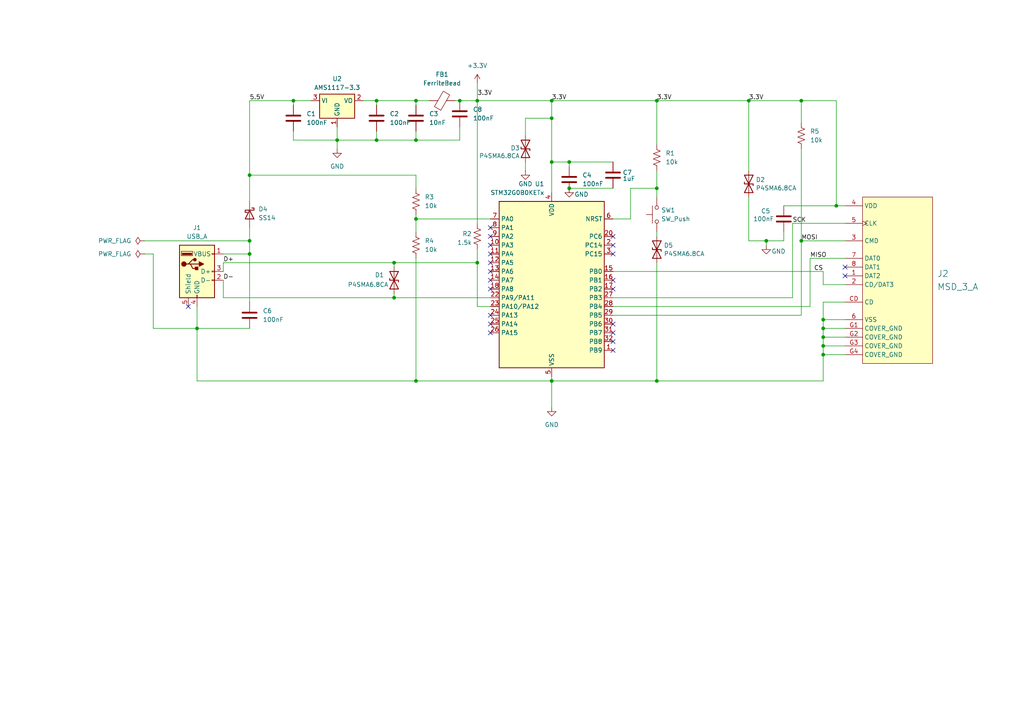
<source format=kicad_sch>
(kicad_sch (version 20250114) (generator "eeschema") (generator_version "9.0")
  (paper "A4")
  (lib_symbols
    (symbol "Connector:USB_A" (pin_names (offset 1.016))
      (property "Reference" "J" (at -5.08 11.43 0))
      (property "Value" "USB_A" (at -5.08 8.89 0))
      (symbol "USB_A_0_1"
        (rectangle (start -5.08 -7.62) (end 5.08 7.62) (stroke (width 0.254)) (fill (type background)))
        (circle (center -3.81 2.159) (radius 0.635) (stroke (width 0.254)) (fill (type outline)))
        (polyline (pts (xy -3.175 2.159) (xy -2.54 2.159) (xy -1.27 3.429) (xy -0.635 3.429)) (stroke (width 0.254)))
        (polyline (pts (xy -2.54 2.159) (xy -1.905 2.159) (xy -1.27 0.889) (xy 0 0.889)) (stroke (width 0.254)))
        (rectangle (start -1.524 4.826) (end -4.318 5.334) (fill (type outline)))
        (rectangle (start -1.27 4.572) (end -4.572 5.842))
        (circle (center -0.635 3.429) (radius 0.381) (stroke (width 0.254)) (fill (type outline)))
        (rectangle (start -0.127 -7.62) (end 0.127 -6.858))
        (rectangle (start 0.254 1.27) (end -0.508 0.508) (stroke (width 0.254)) (fill (type outline)))
        (polyline (pts (xy 0.635 2.794) (xy 0.635 1.524) (xy 1.905 2.159) (xy 0.635 2.794)) (stroke (width 0.254)) (fill (type outline)))
        (rectangle (start 5.08 4.953) (end 4.318 5.207))
        (rectangle (start 5.08 -0.127) (end 4.318 0.127))
        (rectangle (start 5.08 -2.667) (end 4.318 -2.413))
      )
      (symbol "USB_A_1_1"
        (polyline (pts (xy -1.905 2.159) (xy 0.635 2.159)) (stroke (width 0.254)))
        (pin passive line (at -2.54 -10.16 90) (length 2.54) (name "Shield") (number "5"))
        (pin power_in line (at 0 -10.16 90) (length 2.54) (name "GND") (number "4"))
        (pin power_in line (at 7.62 5.08 180) (length 2.54) (name "VBUS") (number "1"))
        (pin bidirectional line (at 7.62 0 180) (length 2.54) (name "D+") (number "3"))
        (pin bidirectional line (at 7.62 -2.54 180) (length 2.54) (name "D-") (number "2"))
      )
    )
    (symbol "Device:C" (pin_numbers (hide yes)) (pin_names (offset 0.254))
      (property "Reference" "C" (at 0.635 2.54 0))
      (property "Value" "C" (at 0.635 -2.54 0))
      (symbol "C_0_1"
        (polyline (pts (xy -2.032 0.762) (xy 2.032 0.762)) (stroke (width 0.508)))
        (polyline (pts (xy -2.032 -0.762) (xy 2.032 -0.762)) (stroke (width 0.508)))
      )
      (symbol "C_1_1"
        (pin passive line (at 0 3.81 270) (length 2.794) (name "~") (number "1"))
        (pin passive line (at 0 -3.81 90) (length 2.794) (name "~") (number "2"))
      )
    )
    (symbol "Device:D_TVS" (pin_numbers (hide yes)) (pin_names (offset 1.016) (hide yes))
      (property "Reference" "D" (at 0 2.54 0))
      (property "Value" "D_TVS" (at 0 -2.54 0))
      (symbol "D_TVS_0_1"
        (polyline (pts (xy -2.54 1.27) (xy -2.54 -1.27) (xy 2.54 1.27) (xy 2.54 -1.27) (xy -2.54 1.27)) (stroke (width 0.254)))
        (polyline (pts (xy 0.508 1.27) (xy 0 1.27) (xy 0 -1.27) (xy -0.508 -1.27)) (stroke (width 0.254)))
        (polyline (pts (xy 1.27 0) (xy -1.27 0)))
      )
      (symbol "D_TVS_1_1"
        (pin passive line (at -3.81 0 0) (length 2.54) (name "A1") (number "1"))
        (pin passive line (at 3.81 0 180) (length 2.54) (name "A2") (number "2"))
      )
    )
    (symbol "Device:FerriteBead" (pin_numbers (hide yes)) (pin_names (offset 0))
      (property "Reference" "FB" (at -3.81 0.635 90))
      (property "Value" "FerriteBead" (at 3.81 0 90))
      (symbol "FerriteBead_0_1"
        (polyline (pts (xy -2.7686 0.4064) (xy -1.7018 2.2606) (xy 2.7686 -0.3048) (xy 1.6764 -2.159) (xy -2.7686 0.4064)))
        (polyline (pts (xy 0 1.27) (xy 0 1.2954)))
        (polyline (pts (xy 0 -1.27) (xy 0 -1.2192)))
      )
      (symbol "FerriteBead_1_1"
        (pin passive line (at 0 3.81 270) (length 2.54) (name "~") (number "1"))
        (pin passive line (at 0 -3.81 90) (length 2.54) (name "~") (number "2"))
      )
    )
    (symbol "Device:R_US" (pin_numbers (hide yes)) (pin_names (offset 0))
      (property "Reference" "R" (at 2.54 0 90))
      (property "Value" "R_US" (at -2.54 0 90))
      (symbol "R_US_0_1"
        (polyline (pts (xy 0 2.286) (xy 0 2.54)))
        (polyline (pts (xy 0 2.286) (xy 1.016 1.905) (xy 0 1.524) (xy -1.016 1.143) (xy 0 0.762)))
        (polyline (pts (xy 0 0.762) (xy 1.016 0.381) (xy 0 0) (xy -1.016 -0.381) (xy 0 -0.762)))
        (polyline (pts (xy 0 -0.762) (xy 1.016 -1.143) (xy 0 -1.524) (xy -1.016 -1.905) (xy 0 -2.286)))
        (polyline (pts (xy 0 -2.286) (xy 0 -2.54)))
      )
      (symbol "R_US_1_1"
        (pin passive line (at 0 3.81 270) (length 1.27) (name "~") (number "1"))
        (pin passive line (at 0 -3.81 90) (length 1.27) (name "~") (number "2"))
      )
    )
    (symbol "Diode:SS14" (pin_numbers (hide yes)) (pin_names (offset 1.016) (hide yes))
      (property "Reference" "D" (at 0 2.54 0))
      (property "Value" "SS14" (at 0 -2.54 0))
      (symbol "SS14_0_1"
        (polyline (pts (xy -1.905 0.635) (xy -1.905 1.27) (xy -1.27 1.27) (xy -1.27 -1.27) (xy -0.635 -1.27) (xy -0.635 -0.635)) (stroke (width 0.254)))
        (polyline (pts (xy 1.27 1.27) (xy 1.27 -1.27) (xy -1.27 0) (xy 1.27 1.27)) (stroke (width 0.254)))
        (polyline (pts (xy 1.27 0) (xy -1.27 0)))
      )
      (symbol "SS14_1_1"
        (pin passive line (at -3.81 0 0) (length 2.54) (name "K") (number "1"))
        (pin passive line (at 3.81 0 180) (length 2.54) (name "A") (number "2"))
      )
    )
    (symbol "MCU_ST_STM32G0:STM32G0B0KETx"
      (property "Reference" "U" (at -15.24 26.67 0))
      (property "Value" "STM32G0B0KETx" (at 2.54 26.67 0))
      (symbol "STM32G0B0KETx_0_1"
        (rectangle (start -15.24 -22.86) (end 15.24 25.4) (stroke (width 0.254)) (fill (type background)))
      )
      (symbol "STM32G0B0KETx_1_1"
        (pin input line (at -17.78 20.32 0) (length 2.54) (name "NRST") (number "6"))
        (pin bidirectional line (at -17.78 15.24 0) (length 2.54) (name "PC6") (number "20"))
        (pin bidirectional line (at -17.78 12.7 0) (length 2.54) (name "PC14") (number "2"))
        (pin bidirectional line (at -17.78 10.16 0) (length 2.54) (name "PC15") (number "3"))
        (pin bidirectional line (at -17.78 5.08 0) (length 2.54) (name "PB0") (number "15"))
        (pin bidirectional line (at -17.78 2.54 0) (length 2.54) (name "PB1") (number "16"))
        (pin bidirectional line (at -17.78 0 0) (length 2.54) (name "PB2") (number "17"))
        (pin bidirectional line (at -17.78 -2.54 0) (length 2.54) (name "PB3") (number "27"))
        (pin bidirectional line (at -17.78 -5.08 0) (length 2.54) (name "PB4") (number "28"))
        (pin bidirectional line (at -17.78 -7.62 0) (length 2.54) (name "PB5") (number "29"))
        (pin bidirectional line (at -17.78 -10.16 0) (length 2.54) (name "PB6") (number "30"))
        (pin bidirectional line (at -17.78 -12.7 0) (length 2.54) (name "PB7") (number "31"))
        (pin bidirectional line (at -17.78 -15.24 0) (length 2.54) (name "PB8") (number "32"))
        (pin bidirectional line (at -17.78 -17.78 0) (length 2.54) (name "PB9") (number "1"))
        (pin no_connect line (at -15.24 -20.32 0) (length 2.54) (hide yes) (name "NC/PA10") (number "21"))
        (pin no_connect line (at -15.24 -22.86 0) (length 2.54) (hide yes) (name "NC/PA9") (number "19"))
        (pin power_in line (at 0 27.94 270) (length 2.54) (name "VDD") (number "4"))
        (pin power_in line (at 0 -25.4 90) (length 2.54) (name "VSS") (number "5"))
        (pin bidirectional line (at 17.78 20.32 180) (length 2.54) (name "PA0") (number "7"))
        (pin bidirectional line (at 17.78 17.78 180) (length 2.54) (name "PA1") (number "8"))
        (pin bidirectional line (at 17.78 15.24 180) (length 2.54) (name "PA2") (number "9"))
        (pin bidirectional line (at 17.78 12.7 180) (length 2.54) (name "PA3") (number "10"))
        (pin bidirectional line (at 17.78 10.16 180) (length 2.54) (name "PA4") (number "11"))
        (pin bidirectional line (at 17.78 7.62 180) (length 2.54) (name "PA5") (number "12"))
        (pin bidirectional line (at 17.78 5.08 180) (length 2.54) (name "PA6") (number "13"))
        (pin bidirectional line (at 17.78 2.54 180) (length 2.54) (name "PA7") (number "14"))
        (pin bidirectional line (at 17.78 0 180) (length 2.54) (name "PA8") (number "18"))
        (pin bidirectional line (at 17.78 -2.54 180) (length 2.54) (name "PA9/PA11") (number "22"))
        (pin bidirectional line (at 17.78 -5.08 180) (length 2.54) (name "PA10/PA12") (number "23"))
        (pin bidirectional line (at 17.78 -7.62 180) (length 2.54) (name "PA13") (number "24"))
        (pin bidirectional line (at 17.78 -10.16 180) (length 2.54) (name "PA14") (number "25"))
        (pin bidirectional line (at 17.78 -12.7 180) (length 2.54) (name "PA15") (number "26"))
      )
    )
    (symbol "MSD-3-A:MSD-3-A"
      (property "Reference" "J" (at -1.27 1.27 0))
      (property "Value" "*" (at -1.27 -3.81 0))
      (symbol "MSD-3-A_1_0"
        (rectangle (start 10.16 20.32) (end -10.16 -27.94) (stroke (width 0) (color 128 0 0 1)) (fill (type background)))
        (pin power_in line (at -15.24 17.78 0) (length 5.08) (name "VDD") (number "4"))
        (pin input clock (at -15.24 12.7 0) (length 5.08) (name "CLK") (number "5"))
        (pin bidirectional line (at -15.24 7.62 0) (length 5.08) (name "CMD") (number "3"))
        (pin bidirectional line (at -15.24 2.54 0) (length 5.08) (name "DAT0") (number "7"))
        (pin bidirectional line (at -15.24 0 0) (length 5.08) (name "DAT1") (number "8"))
        (pin bidirectional line (at -15.24 -2.54 0) (length 5.08) (name "DAT2") (number "1"))
        (pin bidirectional line (at -15.24 -5.08 0) (length 5.08) (name "CD/DAT3") (number "2"))
        (pin passive line (at -15.24 -10.16 0) (length 5.08) (name "CD") (number "CD"))
        (pin power_in line (at -15.24 -15.24 0) (length 5.08) (name "VSS") (number "6"))
        (pin power_in line (at -15.24 -17.78 0) (length 5.08) (name "COVER_GND") (number "G1"))
        (pin power_in line (at -15.24 -20.32 0) (length 5.08) (name "COVER_GND") (number "G2"))
        (pin power_in line (at -15.24 -22.86 0) (length 5.08) (name "COVER_GND") (number "G3"))
        (pin power_in line (at -15.24 -25.4 0) (length 5.08) (name "COVER_GND") (number "G4"))
      )
    )
    (symbol "Regulator_Linear:AMS1117-3.3"
      (property "Reference" "U" (at -3.81 3.175 0))
      (property "Value" "AMS1117-3.3" (at 0 3.175 0))
      (symbol "AMS1117-3.3_0_1"
        (rectangle (start -5.08 -5.08) (end 5.08 1.905) (stroke (width 0.254)) (fill (type background)))
      )
      (symbol "AMS1117-3.3_1_1"
        (pin power_in line (at -7.62 0 0) (length 2.54) (name "VI") (number "3"))
        (pin power_in line (at 0 -7.62 90) (length 2.54) (name "GND") (number "1"))
        (pin power_out line (at 7.62 0 180) (length 2.54) (name "VO") (number "2"))
      )
    )
    (symbol "Switch:SW_Push" (pin_numbers (hide yes)) (pin_names (offset 1.016) (hide yes))
      (property "Reference" "SW" (at 1.27 2.54 0))
      (property "Value" "SW_Push" (at 0 -1.524 0))
      (symbol "SW_Push_0_1"
        (circle (center -2.032 0) (radius 0.508))
        (polyline (pts (xy 0 1.27) (xy 0 3.048)))
        (circle (center 2.032 0) (radius 0.508))
        (polyline (pts (xy 2.54 1.27) (xy -2.54 1.27)))
        (pin passive line (at -5.08 0 0) (length 2.54) (name "1") (number "1"))
        (pin passive line (at 5.08 0 180) (length 2.54) (name "2") (number "2"))
      )
    )
    (symbol "power:+3.3V" (power) (pin_numbers (hide yes)) (pin_names (offset 0) (hide yes))
      (property "Value" "+3.3V" (at 0 3.556 0))
      (symbol "+3.3V_0_1"
        (polyline (pts (xy -0.762 1.27) (xy 0 2.54)))
        (polyline (pts (xy 0 2.54) (xy 0.762 1.27)))
        (polyline (pts (xy 0 0) (xy 0 2.54)))
      )
      (symbol "+3.3V_1_1"
        (pin power_in line (at 0 0 90) (length 0) (name "~") (number "1"))
      )
    )
    (symbol "power:GND" (power) (pin_numbers (hide yes)) (pin_names (offset 0) (hide yes))
      (property "Value" "GND" (at 0 -3.81 0))
      (symbol "GND_0_1"
        (polyline (pts (xy 0 0) (xy 0 -1.27) (xy 1.27 -1.27) (xy 0 -2.54) (xy -1.27 -1.27) (xy 0 -1.27)))
      )
      (symbol "GND_1_1"
        (pin power_in line (at 0 0 270) (length 0) (name "~") (number "1"))
      )
    )
    (symbol "power:PWR_FLAG" (power) (pin_numbers (hide yes)) (pin_names (offset 0) (hide yes))
      (property "Value" "PWR_FLAG" (at 0 3.81 0))
      (symbol "PWR_FLAG_0_0"
        (pin power_out line (at 0 0 90) (length 0) (name "~") (number "1"))
      )
      (symbol "PWR_FLAG_0_1"
        (polyline (pts (xy 0 0) (xy 0 1.27) (xy -1.016 1.905) (xy 0 2.54) (xy 1.016 1.905) (xy 0 1.27)))
      )
    )
  )
  (junction (at 217.17 29.21))
  (junction (at 160.02 110.49))
  (junction (at 165.1 46.99))
  (junction (at 238.76 92.71))
  (junction (at 72.39 50.8))
  (junction (at 160.02 34.29))
  (junction (at 138.43 76.2))
  (junction (at 222.25 69.85))
  (junction (at 238.76 97.79))
  (junction (at 114.3 86.36))
  (junction (at 85.09 29.21))
  (junction (at 72.39 69.85))
  (junction (at 190.5 110.49))
  (junction (at 109.22 40.64))
  (junction (at 238.76 102.87))
  (junction (at 238.76 100.33))
  (junction (at 120.65 40.64))
  (junction (at 160.02 29.21))
  (junction (at 72.39 73.66))
  (junction (at 160.02 46.99))
  (junction (at 133.35 29.21))
  (junction (at 232.41 69.85))
  (junction (at 120.65 29.21))
  (junction (at 57.15 95.25))
  (junction (at 114.3 76.2))
  (junction (at 190.5 29.21))
  (junction (at 238.76 95.25))
  (junction (at 242.57 59.69))
  (junction (at 97.79 40.64))
  (junction (at 120.65 110.49))
  (junction (at 232.41 29.21))
  (junction (at 190.5 54.61))
  (junction (at 165.1 54.61))
  (junction (at 120.65 63.5))
  (junction (at 138.43 29.21))
  (junction (at 109.22 29.21))
  (no_connect (at 142.24 78.74))
  (no_connect (at 54.61 88.9))
  (no_connect (at 142.24 66.04))
  (no_connect (at 142.24 83.82))
  (no_connect (at 177.8 68.58))
  (no_connect (at 177.8 83.82))
  (no_connect (at 177.8 93.98))
  (no_connect (at 142.24 91.44))
  (no_connect (at 177.8 71.12))
  (no_connect (at 142.24 76.2))
  (no_connect (at 142.24 68.58))
  (no_connect (at 177.8 96.52))
  (no_connect (at 142.24 73.66))
  (no_connect (at 177.8 101.6))
  (no_connect (at 142.24 96.52))
  (no_connect (at 177.8 81.28))
  (no_connect (at 177.8 99.06))
  (no_connect (at 177.8 73.66))
  (no_connect (at 142.24 71.12))
  (no_connect (at 245.11 77.47))
  (no_connect (at 142.24 93.98))
  (no_connect (at 245.11 80.01))
  (no_connect (at 142.24 81.28))
  (wire (pts (xy 242.57 29.21) (xy 242.57 59.69)))
  (wire (pts (xy 190.5 110.49) (xy 190.5 76.2)))
  (wire (pts (xy 114.3 76.2) (xy 114.3 77.47)))
  (wire (pts (xy 85.09 38.1) (xy 85.09 40.64)))
  (wire (pts (xy 57.15 88.9) (xy 57.15 95.25)))
  (wire (pts (xy 232.41 29.21) (xy 232.41 35.56)))
  (wire (pts (xy 41.91 69.85) (xy 72.39 69.85)))
  (wire (pts (xy 160.02 109.22) (xy 160.02 110.49)))
  (wire (pts (xy 85.09 29.21) (xy 90.17 29.21)))
  (wire (pts (xy 227.33 69.85) (xy 227.33 67.31)))
  (wire (pts (xy 138.43 29.21) (xy 160.02 29.21)))
  (wire (pts (xy 165.1 46.99) (xy 165.1 48.26)))
  (wire (pts (xy 105.41 29.21) (xy 109.22 29.21)))
  (wire (pts (xy 232.41 43.18) (xy 232.41 69.85)))
  (wire (pts (xy 109.22 29.21) (xy 120.65 29.21)))
  (wire (pts (xy 41.91 73.66) (xy 44.45 73.66)))
  (wire (pts (xy 64.77 76.2) (xy 114.3 76.2)))
  (wire (pts (xy 114.3 86.36) (xy 142.24 86.36)))
  (wire (pts (xy 120.65 63.5) (xy 120.65 67.31)))
  (wire (pts (xy 238.76 97.79) (xy 245.11 97.79)))
  (wire (pts (xy 160.02 46.99) (xy 165.1 46.99)))
  (wire (pts (xy 120.65 62.23) (xy 120.65 63.5)))
  (wire (pts (xy 72.39 69.85) (xy 72.39 73.66)))
  (wire (pts (xy 57.15 95.25) (xy 72.39 95.25)))
  (wire (pts (xy 109.22 40.64) (xy 120.65 40.64)))
  (wire (pts (xy 160.02 110.49) (xy 190.5 110.49)))
  (wire (pts (xy 109.22 38.1) (xy 109.22 40.64)))
  (wire (pts (xy 120.65 50.8) (xy 120.65 54.61)))
  (wire (pts (xy 238.76 102.87) (xy 245.11 102.87)))
  (wire (pts (xy 232.41 91.44) (xy 177.8 91.44)))
  (wire (pts (xy 160.02 34.29) (xy 160.02 46.99)))
  (wire (pts (xy 229.87 64.77) (xy 245.11 64.77)))
  (wire (pts (xy 120.65 38.1) (xy 120.65 40.64)))
  (wire (pts (xy 133.35 29.21) (xy 138.43 29.21)))
  (wire (pts (xy 72.39 29.21) (xy 72.39 50.8)))
  (wire (pts (xy 152.4 39.37) (xy 152.4 34.29)))
  (wire (pts (xy 238.76 97.79) (xy 238.76 100.33)))
  (wire (pts (xy 152.4 46.99) (xy 152.4 49.53)))
  (wire (pts (xy 234.95 74.93) (xy 234.95 88.9)))
  (wire (pts (xy 138.43 24.13) (xy 138.43 29.21)))
  (wire (pts (xy 182.88 63.5) (xy 177.8 63.5)))
  (wire (pts (xy 160.02 110.49) (xy 160.02 118.11)))
  (wire (pts (xy 217.17 69.85) (xy 222.25 69.85)))
  (wire (pts (xy 138.43 72.39) (xy 138.43 76.2)))
  (wire (pts (xy 64.77 86.36) (xy 114.3 86.36)))
  (wire (pts (xy 72.39 50.8) (xy 72.39 58.42)))
  (wire (pts (xy 120.65 29.21) (xy 124.46 29.21)))
  (wire (pts (xy 238.76 78.74) (xy 177.8 78.74)))
  (wire (pts (xy 64.77 76.2) (xy 64.77 78.74)))
  (wire (pts (xy 245.11 87.63) (xy 238.76 87.63)))
  (wire (pts (xy 138.43 29.21) (xy 138.43 64.77)))
  (wire (pts (xy 142.24 88.9) (xy 138.43 88.9)))
  (wire (pts (xy 177.8 86.36) (xy 229.87 86.36)))
  (wire (pts (xy 64.77 86.36) (xy 64.77 81.28)))
  (wire (pts (xy 182.88 54.61) (xy 190.5 54.61)))
  (wire (pts (xy 222.25 69.85) (xy 227.33 69.85)))
  (wire (pts (xy 238.76 87.63) (xy 238.76 92.71)))
  (wire (pts (xy 160.02 29.21) (xy 190.5 29.21)))
  (wire (pts (xy 57.15 95.25) (xy 57.15 110.49)))
  (wire (pts (xy 72.39 29.21) (xy 85.09 29.21)))
  (wire (pts (xy 234.95 88.9) (xy 177.8 88.9)))
  (wire (pts (xy 245.11 74.93) (xy 234.95 74.93)))
  (wire (pts (xy 238.76 100.33) (xy 238.76 102.87)))
  (wire (pts (xy 182.88 54.61) (xy 182.88 63.5)))
  (wire (pts (xy 132.08 29.21) (xy 133.35 29.21)))
  (wire (pts (xy 120.65 29.21) (xy 120.65 30.48)))
  (wire (pts (xy 190.5 29.21) (xy 190.5 41.91)))
  (wire (pts (xy 229.87 64.77) (xy 229.87 86.36)))
  (wire (pts (xy 160.02 29.21) (xy 160.02 34.29)))
  (wire (pts (xy 238.76 92.71) (xy 238.76 95.25)))
  (wire (pts (xy 232.41 29.21) (xy 242.57 29.21)))
  (wire (pts (xy 177.8 46.99) (xy 165.1 46.99)))
  (wire (pts (xy 238.76 100.33) (xy 245.11 100.33)))
  (wire (pts (xy 85.09 40.64) (xy 97.79 40.64)))
  (wire (pts (xy 160.02 46.99) (xy 160.02 55.88)))
  (wire (pts (xy 190.5 29.21) (xy 217.17 29.21)))
  (wire (pts (xy 57.15 110.49) (xy 120.65 110.49)))
  (wire (pts (xy 120.65 63.5) (xy 142.24 63.5)))
  (wire (pts (xy 114.3 76.2) (xy 138.43 76.2)))
  (wire (pts (xy 242.57 59.69) (xy 245.11 59.69)))
  (wire (pts (xy 238.76 102.87) (xy 238.76 110.49)))
  (wire (pts (xy 238.76 92.71) (xy 245.11 92.71)))
  (wire (pts (xy 109.22 29.21) (xy 109.22 30.48)))
  (wire (pts (xy 190.5 54.61) (xy 190.5 57.15)))
  (wire (pts (xy 238.76 95.25) (xy 245.11 95.25)))
  (wire (pts (xy 190.5 49.53) (xy 190.5 54.61)))
  (wire (pts (xy 72.39 69.85) (xy 72.39 66.04)))
  (wire (pts (xy 133.35 36.83) (xy 133.35 40.64)))
  (wire (pts (xy 238.76 95.25) (xy 238.76 97.79)))
  (wire (pts (xy 120.65 74.93) (xy 120.65 110.49)))
  (wire (pts (xy 64.77 73.66) (xy 72.39 73.66)))
  (wire (pts (xy 217.17 29.21) (xy 232.41 29.21)))
  (wire (pts (xy 44.45 95.25) (xy 57.15 95.25)))
  (wire (pts (xy 227.33 59.69) (xy 242.57 59.69)))
  (wire (pts (xy 72.39 73.66) (xy 72.39 87.63)))
  (wire (pts (xy 97.79 40.64) (xy 109.22 40.64)))
  (wire (pts (xy 133.35 40.64) (xy 120.65 40.64)))
  (wire (pts (xy 245.11 69.85) (xy 232.41 69.85)))
  (wire (pts (xy 222.25 71.12) (xy 222.25 69.85)))
  (wire (pts (xy 72.39 50.8) (xy 120.65 50.8)))
  (wire (pts (xy 85.09 29.21) (xy 85.09 30.48)))
  (wire (pts (xy 232.41 69.85) (xy 232.41 91.44)))
  (wire (pts (xy 114.3 85.09) (xy 114.3 86.36)))
  (wire (pts (xy 238.76 82.55) (xy 238.76 78.74)))
  (wire (pts (xy 190.5 68.58) (xy 190.5 67.31)))
  (wire (pts (xy 217.17 29.21) (xy 217.17 49.53)))
  (wire (pts (xy 152.4 34.29) (xy 160.02 34.29)))
  (wire (pts (xy 97.79 40.64) (xy 97.79 43.18)))
  (wire (pts (xy 165.1 55.88) (xy 165.1 54.61)))
  (wire (pts (xy 190.5 110.49) (xy 238.76 110.49)))
  (wire (pts (xy 44.45 73.66) (xy 44.45 95.25)))
  (wire (pts (xy 245.11 82.55) (xy 238.76 82.55)))
  (wire (pts (xy 165.1 54.61) (xy 177.8 54.61)))
  (wire (pts (xy 97.79 36.83) (xy 97.79 40.64)))
  (wire (pts (xy 138.43 76.2) (xy 138.43 88.9)))
  (wire (pts (xy 120.65 110.49) (xy 160.02 110.49)))
  (wire (pts (xy 217.17 57.15) (xy 217.17 69.85)))
  (label "3.3V" (at 138.43 27.94 0))
  (label "CS" (at 238.76 78.74 180))
  (label "3.3V" (at 190.5 29.21 0))
  (label "MOSI" (at 232.41 69.85 0))
  (label "3.3V" (at 160.02 29.21 0))
  (label "3.3V" (at 217.17 29.21 0))
  (label "5.5V" (at 72.39 29.21 0))
  (label "D-" (at 64.77 81.28 0))
  (label "D+" (at 64.77 76.2 0))
  (label "MISO" (at 234.95 74.93 0))
  (label "SCK" (at 229.87 64.77 0))
  (symbol (lib_id "Device:D_TVS") (at 190.5 72.39 270) (unit 1)
    (property "Reference" "D5" (at 192.532 71.1778 90) (effects (justify left)))
    (property "Value" "P4SMA6.8CA" (at 192.532 73.6021 90) (effects (justify left)))
    (property "Footprint" "Diode_SMD:D_SMA" (effects (hide yes)))
    (property "Datasheet" "https://www.littelfuse.com/products/tvs-diodes/surface-mount/p4sma/p4sma6_8ca.aspx" (effects (hide yes)))
    (property "Description" "Bidirectional transient-voltage-suppression diode" (effects (hide yes)))
    (property "Farnell" "2762977 " (effects (hide yes)))
  )
  (symbol (lib_id "Device:R_US") (at 120.65 71.12 0) (unit 1)
    (property "Reference" "R4" (at 123.19 69.8499 0) (effects (justify left)))
    (property "Value" "10k" (at 123.19 72.3899 0) (effects (justify left)))
    (property "Footprint" "Resistor_SMD:R_0805_2012Metric" (effects (hide yes)))
    (property "Description" "Resistor, US symbol" (effects (hide yes)))
  )
  (symbol (lib_id "power:GND") (at 97.79 43.18 0) (unit 1)
    (property "Reference" "#PWR05" (effects (hide yes)))
    (property "Value" "GND" (at 97.79 48.26 0))
    (property "Description" "Power symbol creates a global label with name \"GND\" , ground" (effects (hide yes)))
  )
  (symbol (lib_id "Device:C") (at 72.39 91.44 0) (unit 1)
    (property "Reference" "C6" (at 76.2 90.1699 0) (effects (justify left)))
    (property "Value" "100nF" (at 76.2 92.7099 0) (effects (justify left)))
    (property "Footprint" "Capacitor_SMD:C_0805_2012Metric" (effects (hide yes)))
    (property "Description" "Unpolarized capacitor" (effects (hide yes)))
  )
  (symbol (lib_id "Device:C") (at 165.1 52.07 0) (unit 1)
    (property "Reference" "C4" (at 168.91 50.7999 0) (effects (justify left)))
    (property "Value" "100nF" (at 168.91 53.3399 0) (effects (justify left)))
    (property "Footprint" "Capacitor_SMD:C_0805_2012Metric" (effects (hide yes)))
    (property "Description" "Unpolarized capacitor" (effects (hide yes)))
  )
  (symbol (lib_id "Device:C") (at 109.22 34.29 0) (unit 1)
    (property "Reference" "C2" (at 113.03 33.0199 0) (effects (justify left)))
    (property "Value" "100nF" (at 113.03 35.5599 0) (effects (justify left)))
    (property "Footprint" "Capacitor_SMD:C_0805_2012Metric" (effects (hide yes)))
    (property "Description" "Unpolarized capacitor" (effects (hide yes)))
  )
  (symbol (lib_id "Device:C") (at 85.09 34.29 0) (unit 1)
    (property "Reference" "C1" (at 88.9 33.0199 0) (effects (justify left)))
    (property "Value" "100nF" (at 88.9 35.5599 0) (effects (justify left)))
    (property "Footprint" "Capacitor_SMD:C_0805_2012Metric" (effects (hide yes)))
    (property "Description" "Unpolarized capacitor" (effects (hide yes)))
  )
  (symbol (lib_id "Device:R_US") (at 138.43 68.58 0) (unit 1)
    (property "Reference" "R2" (at 134.112 67.818 0) (effects (justify left)))
    (property "Value" "1.5k" (at 132.588 70.358 0) (effects (justify left)))
    (property "Footprint" "Resistor_SMD:R_0805_2012Metric" (effects (hide yes)))
    (property "Description" "Resistor, US symbol" (effects (hide yes)))
  )
  (symbol (lib_id "MSD-3-A:MSD-3-A") (at 260.35 77.47 0) (unit 1)
    (property "Reference" "J2" (at 271.78 79.3749 0) (effects (font (size 1.8288 1.8288)) (justify left)))
    (property "Value" "MSD_3_A" (at 271.78 83.1849 0) (effects (font (size 1.8288 1.8288)) (justify left)))
    (property "Footprint" "MSD-3-A:CUI_MSD-3-A" (effects (hide yes)))
    (property "Description" "Micro SD Card Connector, 9 Positions, Connector and Ejector, Push In, Auto Eject Out, Surface Mount, 0.95 mm Height Above Board, Gold Flash" (effects (hide yes)))
    (property "SnapEDA_Link" "https://www.snapeda.com/parts/MSD-3-A/Same+Sky/view-part/?ref=snap" (effects (hide yes)))
    (property "Package" "None" (effects (hide yes)))
    (property "ALTIUM_VALUE" "*" (effects (hide yes)))
    (property "MF" "Same Sky" (effects (hide yes)))
    (property "MP" "MSD-3-A" (effects (hide yes)))
    (property "Check_prices" "https://www.snapeda.com/parts/MSD-3-A/Same+Sky/view-part/?ref=eda" (effects (hide yes)))
  )
  (symbol (lib_id "MCU_ST_STM32G0:STM32G0B0KETx") (at 160.02 83.82 0) (mirror y) (unit 1)
    (property "Reference" "U1" (at 157.8767 53.34 0) (effects (justify left)))
    (property "Value" "STM32G0B0KETx" (at 157.8767 55.88 0) (effects (justify left)))
    (property "Footprint" "Package_QFP:LQFP-32_7x7mm_P0.8mm" (effects (hide yes)))
    (property "Datasheet" "https://www.st.com/resource/en/datasheet/stm32g0b0ke.pdf" (effects (hide yes)))
    (property "Description" "STMicroelectronics Arm Cortex-M0+ MCU, 512KB flash, 144KB RAM, 64 MHz, 2.0-3.6V, 29 GPIO, LQFP32" (effects (hide yes)))
  )
  (symbol (lib_id "Device:C") (at 227.33 63.5 0) (unit 1)
    (property "Reference" "C5" (at 220.726 61.214 0) (effects (justify left)))
    (property "Value" "100nF" (at 218.44 63.5 0) (effects (justify left)))
    (property "Footprint" "Capacitor_SMD:C_0805_2012Metric" (effects (hide yes)))
    (property "Description" "Unpolarized capacitor" (effects (hide yes)))
  )
  (symbol (lib_id "Device:D_TVS") (at 217.17 53.34 270) (unit 1)
    (property "Reference" "D2" (at 219.202 52.1278 90) (effects (justify left)))
    (property "Value" "P4SMA6.8CA" (at 219.202 54.5521 90) (effects (justify left)))
    (property "Footprint" "Diode_SMD:D_SMA" (effects (hide yes)))
    (property "Datasheet" "https://www.littelfuse.com/products/tvs-diodes/surface-mount/p4sma/p4sma6_8ca.aspx" (effects (hide yes)))
    (property "Description" "Bidirectional transient-voltage-suppression diode" (effects (hide yes)))
    (property "Farnell" "2762977 " (effects (hide yes)))
  )
  (symbol (lib_id "Device:R_US") (at 232.41 39.37 0) (unit 1)
    (property "Reference" "R5" (at 234.95 38.0999 0) (effects (justify left)))
    (property "Value" "10k" (at 234.95 40.6399 0) (effects (justify left)))
    (property "Footprint" "Resistor_SMD:R_0805_2012Metric" (effects (hide yes)))
    (property "Description" "Resistor, US symbol" (effects (hide yes)))
  )
  (symbol (lib_id "Device:R_US") (at 120.65 58.42 0) (unit 1)
    (property "Reference" "R3" (at 123.19 57.1499 0) (effects (justify left)))
    (property "Value" "10k" (at 123.19 59.6899 0) (effects (justify left)))
    (property "Footprint" "Resistor_SMD:R_0805_2012Metric" (effects (hide yes)))
    (property "Description" "Resistor, US symbol" (effects (hide yes)))
  )
  (symbol (lib_id "Device:D_TVS") (at 152.4 43.18 270) (unit 1)
    (property "Reference" "D3" (at 148.082 42.926 90) (effects (justify left)))
    (property "Value" "P4SMA6.8CA" (at 138.938 45.212 90) (effects (justify left)))
    (property "Footprint" "Diode_SMD:D_SMA" (effects (hide yes)))
    (property "Datasheet" "https://www.littelfuse.com/products/tvs-diodes/surface-mount/p4sma/p4sma6_8ca.aspx" (effects (hide yes)))
    (property "Description" "Bidirectional transient-voltage-suppression diode" (effects (hide yes)))
    (property "Farnell" "2762977 " (effects (hide yes)))
  )
  (symbol (lib_id "power:GND") (at 222.25 71.12 0) (unit 1)
    (property "Reference" "#PWR08" (effects (hide yes)))
    (property "Value" "GND" (at 225.806 72.898 0))
    (property "Description" "Power symbol creates a global label with name \"GND\" , ground" (effects (hide yes)))
  )
  (symbol (lib_id "power:PWR_FLAG") (at 41.91 69.85 90) (unit 1)
    (property "Reference" "#FLG01" (effects (hide yes)))
    (property "Value" "PWR_FLAG" (at 38.1 69.8499 90) (effects (justify left)))
    (property "Description" "Special symbol for telling ERC where power comes from" (effects (hide yes)))
  )
  (symbol (lib_id "Switch:SW_Push") (at 190.5 62.23 90) (unit 1)
    (property "Reference" "SW1" (at 191.77 60.9599 90) (effects (justify right)))
    (property "Value" "SW_Push" (at 191.77 63.4999 90) (effects (justify right)))
    (property "Footprint" "Button_Switch_SMD:SW_SPST_FSMSM" (effects (hide yes)))
    (property "Description" "Push button switch, generic, two pins" (effects (hide yes)))
  )
  (symbol (lib_id "power:GND") (at 160.02 118.11 0) (unit 1)
    (property "Reference" "#PWR03" (effects (hide yes)))
    (property "Value" "GND" (at 160.02 123.19 0))
    (property "Description" "Power symbol creates a global label with name \"GND\" , ground" (effects (hide yes)))
  )
  (symbol (lib_id "Connector:USB_A") (at 57.15 78.74 0) (unit 1)
    (property "Reference" "J1" (at 57.15 66.04 0))
    (property "Value" "USB_A" (at 57.15 68.58 0))
    (property "Footprint" "Connector_USB:USB_A_TE_292303-7_Horizontal" (effects (hide yes)))
    (property "Description" "USB Type A connector" (effects (hide yes)))
  )
  (symbol (lib_id "power:GND") (at 152.4 49.53 0) (unit 1)
    (property "Reference" "#PWR01" (effects (hide yes)))
    (property "Value" "GND" (at 152.4 53.34 0))
    (property "Description" "Power symbol creates a global label with name \"GND\" , ground" (effects (hide yes)))
  )
  (symbol (lib_id "Device:C") (at 133.35 33.02 0) (unit 1)
    (property "Reference" "C8" (at 137.16 31.7499 0) (effects (justify left)))
    (property "Value" "100nF" (at 137.16 34.2899 0) (effects (justify left)))
    (property "Footprint" "Capacitor_SMD:C_0805_2012Metric" (effects (hide yes)))
    (property "Description" "Unpolarized capacitor" (effects (hide yes)))
  )
  (symbol (lib_id "power:PWR_FLAG") (at 41.91 73.66 90) (unit 1)
    (property "Reference" "#FLG02" (effects (hide yes)))
    (property "Value" "PWR_FLAG" (at 38.1 73.6599 90) (effects (justify left)))
    (property "Description" "Special symbol for telling ERC where power comes from" (effects (hide yes)))
  )
  (symbol (lib_id "Device:C") (at 120.65 34.29 0) (unit 1)
    (property "Reference" "C3" (at 124.46 33.0199 0) (effects (justify left)))
    (property "Value" "10nF" (at 124.46 35.5599 0) (effects (justify left)))
    (property "Footprint" "Capacitor_SMD:C_0805_2012Metric" (effects (hide yes)))
    (property "Description" "Unpolarized capacitor" (effects (hide yes)))
  )
  (symbol (lib_id "Device:R_US") (at 190.5 45.72 0) (unit 1)
    (property "Reference" "R1" (at 193.04 44.4499 0) (effects (justify left)))
    (property "Value" "10k" (at 193.04 46.9899 0) (effects (justify left)))
    (property "Footprint" "Resistor_SMD:R_0805_2012Metric" (effects (hide yes)))
    (property "Description" "Resistor, US symbol" (effects (hide yes)))
  )
  (symbol (lib_id "Device:D_TVS") (at 114.3 81.28 270) (unit 1)
    (property "Reference" "D1" (at 108.712 79.756 90) (effects (justify left)))
    (property "Value" "P4SMA6.8CA" (at 100.838 82.55 90) (effects (justify left)))
    (property "Footprint" "Diode_SMD:D_SMA" (effects (hide yes)))
    (property "Datasheet" "https://www.littelfuse.com/products/tvs-diodes/surface-mount/p4sma/p4sma6_8ca.aspx" (effects (hide yes)))
    (property "Description" "Bidirectional transient-voltage-suppression diode" (effects (hide yes)))
    (property "Farnell" "2762977 " (effects (hide yes)))
  )
  (symbol (lib_id "Regulator_Linear:AMS1117-3.3") (at 97.79 29.21 0) (unit 1)
    (property "Reference" "U2" (at 97.79 22.86 0))
    (property "Value" "AMS1117-3.3" (at 97.79 25.4 0))
    (property "Footprint" "Package_TO_SOT_SMD:SOT-223-3_TabPin2" (effects (hide yes)))
    (property "Datasheet" "http://www.advanced-monolithic.com/pdf/ds1117.pdf" (effects (hide yes)))
    (property "Description" "1A Low Dropout regulator, positive, 3.3V fixed output, SOT-223" (effects (hide yes)))
  )
  (symbol (lib_id "Diode:SS14") (at 72.39 62.23 270) (unit 1)
    (property "Reference" "D4" (at 74.93 60.6424 90) (effects (justify left)))
    (property "Value" "SS14" (at 74.93 63.1824 90) (effects (justify left)))
    (property "Footprint" "Diode_SMD:D_SMA" (effects (hide yes)))
    (property "Datasheet" "https://www.vishay.com/docs/88746/ss12.pdf" (effects (hide yes)))
    (property "Description" "40V 1A Schottky Diode, SMA" (effects (hide yes)))
  )
  (symbol (lib_id "power:GND") (at 165.1 54.61 0) (unit 1)
    (property "Reference" "#PWR07" (effects (hide yes)))
    (property "Value" "GND" (at 168.656 56.388 0))
    (property "Description" "Power symbol creates a global label with name \"GND\" , ground" (effects (hide yes)))
  )
  (symbol (lib_id "Device:C") (at 177.8 50.8 0) (unit 1)
    (property "Reference" "C7" (at 180.594 50.038 0) (effects (justify left)))
    (property "Value" "1uF" (at 180.594 51.816 0) (effects (justify left)))
    (property "Footprint" "Capacitor_THT:CP_Radial_Tantal_D4.5mm_P2.50mm" (effects (hide yes)))
    (property "Description" "Unpolarized capacitor" (effects (hide yes)))
  )
  (symbol (lib_id "power:+3.3V") (at 138.43 24.13 0) (unit 1)
    (property "Reference" "#PWR09" (effects (hide yes)))
    (property "Value" "+3.3V" (at 138.43 19.05 0))
    (property "Description" "Power symbol creates a global label with name \"+3.3V\"" (effects (hide yes)))
  )
  (symbol (lib_id "Device:FerriteBead") (at 128.27 29.21 90) (unit 1)
    (property "Reference" "FB1" (at 128.2192 21.59 90))
    (property "Value" "FerriteBead" (at 128.2192 24.13 90))
    (property "Footprint" "Ferrite_THT:LairdTech_28C0236-0JW-10" (effects (hide yes)))
    (property "Description" "Ferrite bead" (effects (hide yes)))
  )
)
</source>
